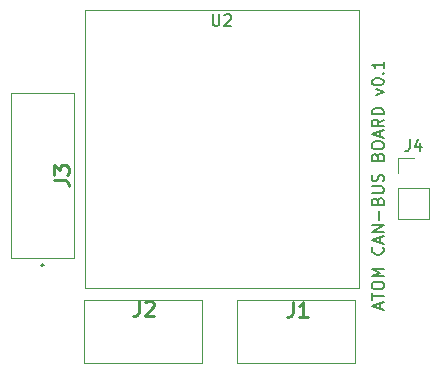
<source format=gto>
G04 #@! TF.GenerationSoftware,KiCad,Pcbnew,(5.1.2)-1*
G04 #@! TF.CreationDate,2020-12-05T19:35:51+09:00*
G04 #@! TF.ProjectId,M5Atom_CAN,4d354174-6f6d-45f4-9341-4e2e6b696361,rev?*
G04 #@! TF.SameCoordinates,Original*
G04 #@! TF.FileFunction,Legend,Top*
G04 #@! TF.FilePolarity,Positive*
%FSLAX46Y46*%
G04 Gerber Fmt 4.6, Leading zero omitted, Abs format (unit mm)*
G04 Created by KiCad (PCBNEW (5.1.2)-1) date 2020-12-05 19:35:51*
%MOMM*%
%LPD*%
G04 APERTURE LIST*
%ADD10C,0.150000*%
%ADD11C,0.100000*%
%ADD12C,0.120000*%
%ADD13C,0.200000*%
%ADD14C,0.254000*%
G04 APERTURE END LIST*
D10*
X163552166Y-134658380D02*
X163552166Y-134182190D01*
X163837880Y-134753619D02*
X162837880Y-134420285D01*
X163837880Y-134086952D01*
X162837880Y-133896476D02*
X162837880Y-133325047D01*
X163837880Y-133610761D02*
X162837880Y-133610761D01*
X162837880Y-132801238D02*
X162837880Y-132610761D01*
X162885500Y-132515523D01*
X162980738Y-132420285D01*
X163171214Y-132372666D01*
X163504547Y-132372666D01*
X163695023Y-132420285D01*
X163790261Y-132515523D01*
X163837880Y-132610761D01*
X163837880Y-132801238D01*
X163790261Y-132896476D01*
X163695023Y-132991714D01*
X163504547Y-133039333D01*
X163171214Y-133039333D01*
X162980738Y-132991714D01*
X162885500Y-132896476D01*
X162837880Y-132801238D01*
X163837880Y-131944095D02*
X162837880Y-131944095D01*
X163552166Y-131610761D01*
X162837880Y-131277428D01*
X163837880Y-131277428D01*
X163742642Y-129467904D02*
X163790261Y-129515523D01*
X163837880Y-129658380D01*
X163837880Y-129753619D01*
X163790261Y-129896476D01*
X163695023Y-129991714D01*
X163599785Y-130039333D01*
X163409309Y-130086952D01*
X163266452Y-130086952D01*
X163075976Y-130039333D01*
X162980738Y-129991714D01*
X162885500Y-129896476D01*
X162837880Y-129753619D01*
X162837880Y-129658380D01*
X162885500Y-129515523D01*
X162933119Y-129467904D01*
X163552166Y-129086952D02*
X163552166Y-128610761D01*
X163837880Y-129182190D02*
X162837880Y-128848857D01*
X163837880Y-128515523D01*
X163837880Y-128182190D02*
X162837880Y-128182190D01*
X163837880Y-127610761D01*
X162837880Y-127610761D01*
X163456928Y-127134571D02*
X163456928Y-126372666D01*
X163314071Y-125563142D02*
X163361690Y-125420285D01*
X163409309Y-125372666D01*
X163504547Y-125325047D01*
X163647404Y-125325047D01*
X163742642Y-125372666D01*
X163790261Y-125420285D01*
X163837880Y-125515523D01*
X163837880Y-125896476D01*
X162837880Y-125896476D01*
X162837880Y-125563142D01*
X162885500Y-125467904D01*
X162933119Y-125420285D01*
X163028357Y-125372666D01*
X163123595Y-125372666D01*
X163218833Y-125420285D01*
X163266452Y-125467904D01*
X163314071Y-125563142D01*
X163314071Y-125896476D01*
X162837880Y-124896476D02*
X163647404Y-124896476D01*
X163742642Y-124848857D01*
X163790261Y-124801238D01*
X163837880Y-124706000D01*
X163837880Y-124515523D01*
X163790261Y-124420285D01*
X163742642Y-124372666D01*
X163647404Y-124325047D01*
X162837880Y-124325047D01*
X163790261Y-123896476D02*
X163837880Y-123753619D01*
X163837880Y-123515523D01*
X163790261Y-123420285D01*
X163742642Y-123372666D01*
X163647404Y-123325047D01*
X163552166Y-123325047D01*
X163456928Y-123372666D01*
X163409309Y-123420285D01*
X163361690Y-123515523D01*
X163314071Y-123706000D01*
X163266452Y-123801238D01*
X163218833Y-123848857D01*
X163123595Y-123896476D01*
X163028357Y-123896476D01*
X162933119Y-123848857D01*
X162885500Y-123801238D01*
X162837880Y-123706000D01*
X162837880Y-123467904D01*
X162885500Y-123325047D01*
X163314071Y-121801238D02*
X163361690Y-121658380D01*
X163409309Y-121610761D01*
X163504547Y-121563142D01*
X163647404Y-121563142D01*
X163742642Y-121610761D01*
X163790261Y-121658380D01*
X163837880Y-121753619D01*
X163837880Y-122134571D01*
X162837880Y-122134571D01*
X162837880Y-121801238D01*
X162885500Y-121706000D01*
X162933119Y-121658380D01*
X163028357Y-121610761D01*
X163123595Y-121610761D01*
X163218833Y-121658380D01*
X163266452Y-121706000D01*
X163314071Y-121801238D01*
X163314071Y-122134571D01*
X162837880Y-120944095D02*
X162837880Y-120753619D01*
X162885500Y-120658380D01*
X162980738Y-120563142D01*
X163171214Y-120515523D01*
X163504547Y-120515523D01*
X163695023Y-120563142D01*
X163790261Y-120658380D01*
X163837880Y-120753619D01*
X163837880Y-120944095D01*
X163790261Y-121039333D01*
X163695023Y-121134571D01*
X163504547Y-121182190D01*
X163171214Y-121182190D01*
X162980738Y-121134571D01*
X162885500Y-121039333D01*
X162837880Y-120944095D01*
X163552166Y-120134571D02*
X163552166Y-119658380D01*
X163837880Y-120229809D02*
X162837880Y-119896476D01*
X163837880Y-119563142D01*
X163837880Y-118658380D02*
X163361690Y-118991714D01*
X163837880Y-119229809D02*
X162837880Y-119229809D01*
X162837880Y-118848857D01*
X162885500Y-118753619D01*
X162933119Y-118706000D01*
X163028357Y-118658380D01*
X163171214Y-118658380D01*
X163266452Y-118706000D01*
X163314071Y-118753619D01*
X163361690Y-118848857D01*
X163361690Y-119229809D01*
X163837880Y-118229809D02*
X162837880Y-118229809D01*
X162837880Y-117991714D01*
X162885500Y-117848857D01*
X162980738Y-117753619D01*
X163075976Y-117706000D01*
X163266452Y-117658380D01*
X163409309Y-117658380D01*
X163599785Y-117706000D01*
X163695023Y-117753619D01*
X163790261Y-117848857D01*
X163837880Y-117991714D01*
X163837880Y-118229809D01*
X163171214Y-116563142D02*
X163837880Y-116325047D01*
X163171214Y-116086952D01*
X162837880Y-115515523D02*
X162837880Y-115420285D01*
X162885500Y-115325047D01*
X162933119Y-115277428D01*
X163028357Y-115229809D01*
X163218833Y-115182190D01*
X163456928Y-115182190D01*
X163647404Y-115229809D01*
X163742642Y-115277428D01*
X163790261Y-115325047D01*
X163837880Y-115420285D01*
X163837880Y-115515523D01*
X163790261Y-115610761D01*
X163742642Y-115658380D01*
X163647404Y-115706000D01*
X163456928Y-115753619D01*
X163218833Y-115753619D01*
X163028357Y-115706000D01*
X162933119Y-115658380D01*
X162885500Y-115610761D01*
X162837880Y-115515523D01*
X163742642Y-114753619D02*
X163790261Y-114706000D01*
X163837880Y-114753619D01*
X163790261Y-114801238D01*
X163742642Y-114753619D01*
X163837880Y-114753619D01*
X163837880Y-113753619D02*
X163837880Y-114325047D01*
X163837880Y-114039333D02*
X162837880Y-114039333D01*
X162980738Y-114134571D01*
X163075976Y-114229809D01*
X163123595Y-114325047D01*
D11*
X151385000Y-139234000D02*
X151385000Y-133934000D01*
X161385000Y-139234000D02*
X151385000Y-139234000D01*
X161385000Y-133934000D02*
X161385000Y-139234000D01*
X151385000Y-133934000D02*
X161385000Y-133934000D01*
D12*
X165040000Y-121885000D02*
X166370000Y-121885000D01*
X165040000Y-123215000D02*
X165040000Y-121885000D01*
X165040000Y-124485000D02*
X167700000Y-124485000D01*
X167700000Y-124485000D02*
X167700000Y-127085000D01*
X165040000Y-124485000D02*
X165040000Y-127085000D01*
X165040000Y-127085000D02*
X167700000Y-127085000D01*
X161714000Y-132932000D02*
X161714000Y-109365000D01*
X138514600Y-109365000D02*
X161714000Y-109365000D01*
X138514600Y-132932000D02*
X138514600Y-109365000D01*
X161714000Y-132932000D02*
X138514600Y-132932000D01*
D13*
X135038000Y-130997000D02*
G75*
G02X134838000Y-130997000I-100000J0D01*
G01*
X134838000Y-130997000D02*
G75*
G02X135038000Y-130997000I100000J0D01*
G01*
X134838000Y-130997000D02*
X134838000Y-130997000D01*
X135038000Y-130997000D02*
X135038000Y-130997000D01*
D11*
X132288000Y-116397000D02*
X137588000Y-116397000D01*
X132288000Y-130397000D02*
X132288000Y-116397000D01*
X137588000Y-130397000D02*
X132288000Y-130397000D01*
X137588000Y-116397000D02*
X137588000Y-130397000D01*
X138431000Y-139234000D02*
X138431000Y-133934000D01*
X148431000Y-139234000D02*
X138431000Y-139234000D01*
X148431000Y-133934000D02*
X148431000Y-139234000D01*
X138431000Y-133934000D02*
X148431000Y-133934000D01*
D14*
X156131666Y-134078523D02*
X156131666Y-134985666D01*
X156071190Y-135167095D01*
X155950238Y-135288047D01*
X155768809Y-135348523D01*
X155647857Y-135348523D01*
X157401666Y-135348523D02*
X156675952Y-135348523D01*
X157038809Y-135348523D02*
X157038809Y-134078523D01*
X156917857Y-134259952D01*
X156796904Y-134380904D01*
X156675952Y-134441380D01*
D10*
X166036666Y-120337380D02*
X166036666Y-121051666D01*
X165989047Y-121194523D01*
X165893809Y-121289761D01*
X165750952Y-121337380D01*
X165655714Y-121337380D01*
X166941428Y-120670714D02*
X166941428Y-121337380D01*
X166703333Y-120289761D02*
X166465238Y-121004047D01*
X167084285Y-121004047D01*
X149352095Y-109744380D02*
X149352095Y-110553904D01*
X149399714Y-110649142D01*
X149447333Y-110696761D01*
X149542571Y-110744380D01*
X149733047Y-110744380D01*
X149828285Y-110696761D01*
X149875904Y-110649142D01*
X149923523Y-110553904D01*
X149923523Y-109744380D01*
X150352095Y-109839619D02*
X150399714Y-109792000D01*
X150494952Y-109744380D01*
X150733047Y-109744380D01*
X150828285Y-109792000D01*
X150875904Y-109839619D01*
X150923523Y-109934857D01*
X150923523Y-110030095D01*
X150875904Y-110172952D01*
X150304476Y-110744380D01*
X150923523Y-110744380D01*
D14*
X135912523Y-123810333D02*
X136819666Y-123810333D01*
X137001095Y-123870809D01*
X137122047Y-123991761D01*
X137182523Y-124173190D01*
X137182523Y-124294142D01*
X135912523Y-123326523D02*
X135912523Y-122540333D01*
X136396333Y-122963666D01*
X136396333Y-122782238D01*
X136456809Y-122661285D01*
X136517285Y-122600809D01*
X136638238Y-122540333D01*
X136940619Y-122540333D01*
X137061571Y-122600809D01*
X137122047Y-122661285D01*
X137182523Y-122782238D01*
X137182523Y-123145095D01*
X137122047Y-123266047D01*
X137061571Y-123326523D01*
X143117666Y-134018523D02*
X143117666Y-134925666D01*
X143057190Y-135107095D01*
X142936238Y-135228047D01*
X142754809Y-135288523D01*
X142633857Y-135288523D01*
X143661952Y-134139476D02*
X143722428Y-134079000D01*
X143843380Y-134018523D01*
X144145761Y-134018523D01*
X144266714Y-134079000D01*
X144327190Y-134139476D01*
X144387666Y-134260428D01*
X144387666Y-134381380D01*
X144327190Y-134562809D01*
X143601476Y-135288523D01*
X144387666Y-135288523D01*
M02*

</source>
